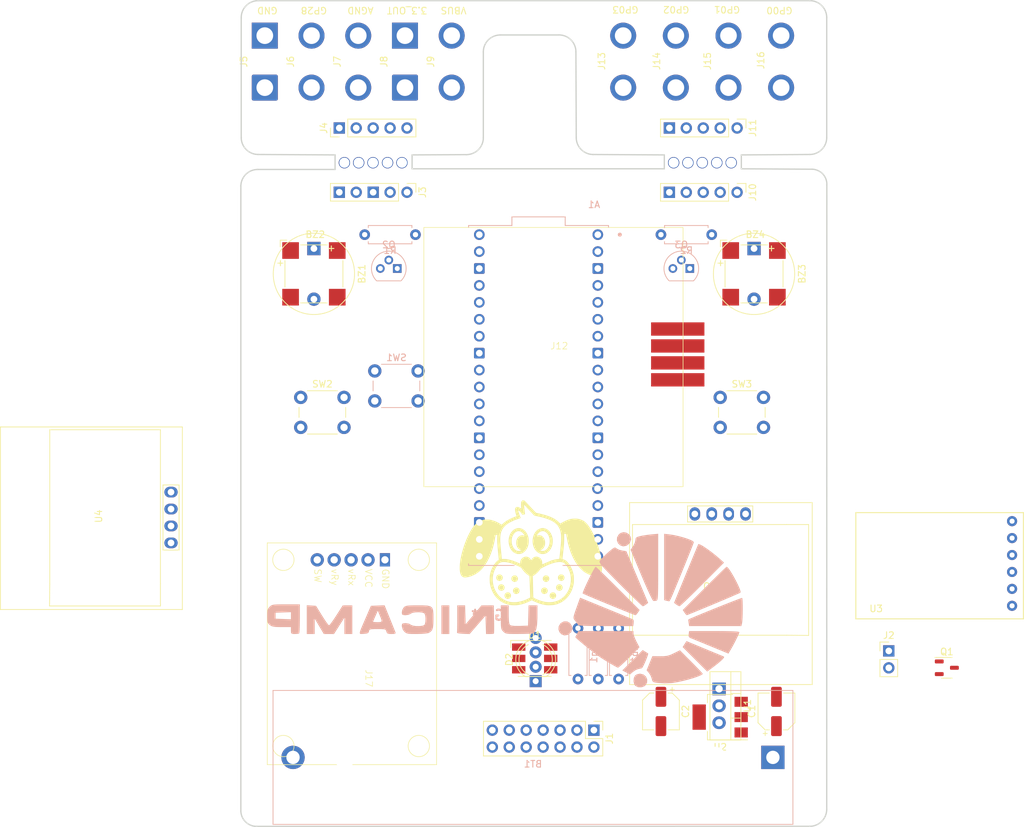
<source format=kicad_pcb>
(kicad_pcb (version 20221018) (generator pcbnew)
  (layers (0 "F.Cu" signal) (31 "B.Cu" signal) (34 "B.Paste" user) (35 "F.Paste" user) (36 "B.SilkS" user "B.Silkscreen") (37 "F.SilkS" user "F.Silkscreen") (38 "B.Mask" user) (39 "F.Mask" user) (44 "Edge.Cuts" user))
  (net 0 "")
  (net 1 "/GP0")
  (net 2 "/GP01")
  (net 3 "GNDREF")
  (net 4 "/GP02")
  (net 5 "/GP03")
  (net 6 "/GP04")
  (net 7 "Net-(A1-GP5)")
  (net 8 "Net-(A1-GP6)")
  (net 9 "/in")
  (net 10 "/GP08")
  (net 11 "/GP09")
  (net 12 "/GP10")
  (net 13 "/GP11")
  (net 14 "/GP12")
  (net 15 "/GP13")
  (net 16 "Net-(A1-GP14)")
  (net 17 "Net-(A1-GP15)")
  (net 18 "/GP16")
  (net 19 "/GP17")
  (net 20 "/GP18")
  (net 21 "/GP19")
  (net 22 "/GP20")
  (net 23 "Net-(A1-GP21)")
  (net 24 "/sw")
  (net 25 "Net-(A1-RUN)")
  (net 26 "/vrx")
  (net 27 "/vry")
  (net 28 "/GP28")
  (net 29 "3.3_OUT")
  (net 30 "+3.3V")
  (net 31 "VSYS")
  (net 32 "VBUS")
  (net 33 "Net-(BT1-+)")
  (net 34 "Net-(BZ1-+)")
  (net 35 "Net-(BZ3-+)")
  (net 36 "Net-(D1-BA)")
  (net 37 "Net-(D1-GA)")
  (net 38 "Net-(D1-RA)")
  (net 39 "Net-(J2-Pin_1)")
  (net 40 "Net-(Q1-D)")
  (net 41 "Net-(Q2-B)")
  (net 42 "Net-(Q3-B)")
  (net 43 "VBUS_EXT")
  (net 44 "3.3_OUT_EXT")
  (net 45 "/AGND_EXT")
  (net 46 "/GP28_EXT")
  (net 47 "/GP03_EXT")
  (net 48 "/GP02_EXT")
  (net 49 "/GP01_EXT")
  (net 50 "/GP0_EXT")
  (footprint "Connector_Wire:SolderWire-2sqmm_1x02_P7.8mm_D2mm_OD3.9mm" (layer "F.Cu") (at 91.69146 45.2501 90)
    (fp_text reference "J5" (at 3.9 -3.15 90) (layer "F.SilkS"))
    (fp_text value "GND" (at 11.5951 0.38354 180 unlocked) (layer "F.SilkS"))
    (pad "1" thru_hole roundrect (at 0 0 90) (size 3.9 3.9) (drill 2.5) (layers "*.Cu" "*.Mask") (roundrect_rratio 0.064103) (net 3 "GNDREF"))
    (pad "2" thru_hole rect (at 7.8 0 90) (size 3.9 3.9) (drill 2.5) (layers "*.Cu" "*.Mask"))
  )
  (footprint "Connector_Wire:SolderWire-2sqmm_1x02_P7.8mm_D2mm_OD3.9mm" (layer "F.Cu") (at 153.3652 45.2501 90)
    (fp_text reference "J14" (at 3.9751 -2.8702 90 unlocked) (layer "F.SilkS"))
    (fp_text value "GP02" (at 11.7221 0.0508 180 unlocked) (layer "F.SilkS"))
    (pad "1" thru_hole circle (at 0 0 90) (size 3.9 3.9) (drill 2.5) (layers "*.Cu" "*.Mask") (net 48 "/GP02_EXT"))
    (pad "2" thru_hole circle (at 7.8 0 90) (size 3.9 3.9) (drill 2.5) (layers "*.Cu" "*.Mask"))
  )
  (footprint "Button_Switch_THT:SW_PUSH_6mm" (layer "F.Cu") (at 97.08 91.73)
    (fp_text reference "SW2" (at 3.25 -2) (layer "F.SilkS"))
    (fp_text value "Button_A")
    (pad "1" thru_hole circle (at 0 0 90) (size 2 2) (drill 1.1) (layers "*.Cu" "*.Mask") (net 3 "GNDREF"))
    (pad "1" thru_hole circle (at 6.5 0 90) (size 2 2) (drill 1.1) (layers "*.Cu" "*.Mask") (net 3 "GNDREF"))
    (pad "2" thru_hole circle (at 0 4.5 90) (size 2 2) (drill 1.1) (layers "*.Cu" "*.Mask") (net 7 "Net-(A1-GP5)"))
    (pad "2" thru_hole circle (at 6.5 4.5 90) (size 2 2) (drill 1.1) (layers "*.Cu" "*.Mask") (net 7 "Net-(A1-GP5)"))
  )
  (footprint "Buzzer_Beeper:Buzzer_12x9.5RM7.6" (layer "F.Cu") (at 165.1 69.3928 -90)
    (fp_text reference "BZ3" (at 3.8 -7.2 90) (layer "F.SilkS"))
    (fp_text value "Buzzer_B")
    (fp_text user "+" (at -0.01 -2.54 90) (layer "F.SilkS"))
    (pad "1" thru_hole rect (at 0 0 270) (size 2 2) (drill 1) (layers "*.Cu" "*.Mask") (net 32 "VBUS"))
    (pad "2" thru_hole circle (at 7.6 0 270) (size 2 2) (drill 1) (layers "*.Cu" "*.Mask") (net 35 "Net-(BZ3-+)"))
  )
  (footprint "Connector_PinHeader_2.54mm:PinHeader_1x05_P2.54mm_Vertical" (layer "F.Cu") (at 162.56 51.308 -90)
    (fp_text reference "J11" (at 0 -2.33 90) (layer "F.SilkS"))
    (fp_text value "Conn_01x05_Pin")
    (pad "1" thru_hole oval (at 0 0 270) (size 1.7 1.7) (drill 1) (layers "*.Cu" "*.Mask") (net 47 "/GP03_EXT"))
    (pad "2" thru_hole oval (at 0 2.54 270) (size 1.7 1.7) (drill 1) (layers "*.Cu" "*.Mask") (net 48 "/GP02_EXT"))
    (pad "3" thru_hole oval (at 0 5.08 270) (size 1.7 1.7) (drill 1) (layers "*.Cu" "*.Mask") (net 49 "/GP01_EXT"))
    (pad "4" thru_hole oval (at 0 7.62 270) (size 1.7 1.7) (drill 1) (layers "*.Cu" "*.Mask") (net 50 "/GP0_EXT"))
    (pad "5" thru_hole rect (at 0 10.16 270) (size 1.7 1.7) (drill 1) (layers "*.Cu" "*.Mask") (net 3 "GNDREF"))
  )
  (footprint "Buzzer_Beeper:MagneticBuzzer_CUI_CMT-8504-100-SMT" (layer "F.Cu") (at 165.1 73.1928)
    (fp_text reference "BZ4" (at 0.2 -5.9) (layer "F.SilkS"))
    (fp_text value "Buzzer_B_SMD")
    (fp_text user "+" (at -5.1 -1.6 270) (layer "F.SilkS"))
    (pad "1" smd rect (at -3.5 -3.5 270) (size 2.5 2.5) (layers "F.Cu" "F.Paste" "F.Mask") (net 32 "VBUS"))
    (pad "2" smd rect (at -3.5 3.5 270) (size 2.5 2.5) (layers "F.Cu" "F.Paste" "F.Mask") (net 35 "Net-(BZ3-+)"))
    (pad "3" smd rect (at 3.5 3.5 270) (size 2.5 2.5) (layers "F.Cu" "F.Paste" "F.Mask"))
    (pad "4" smd rect (at 3.5 -3.5 270) (size 2.5 2.5) (layers "F.Cu" "F.Paste" "F.Mask"))
  )
  (footprint "Buzzer_Beeper:MagneticBuzzer_CUI_CMT-8504-100-SMT" (layer "F.Cu") (at 99.06 73.1928)
    (fp_text reference "BZ2" (at 0.2 -5.9) (layer "F.SilkS"))
    (fp_text value "Buzzer_A_SMD")
    (fp_text user "+" (at -5.1 -1.6 270) (layer "F.SilkS"))
    (pad "1" smd rect (at -3.5 -3.5 270) (size 2.5 2.5) (layers "F.Cu" "F.Paste" "F.Mask") (net 32 "VBUS"))
    (pad "2" smd rect (at -3.5 3.5 270) (size 2.5 2.5) (layers "F.Cu" "F.Paste" "F.Mask") (net 34 "Net-(BZ1-+)"))
    (pad "3" smd rect (at 3.5 3.5 270) (size 2.5 2.5) (layers "F.Cu" "F.Paste" "F.Mask"))
    (pad "4" smd rect (at 3.5 -3.5 270) (size 2.5 2.5) (layers "F.Cu" "F.Paste" "F.Mask"))
  )
  (footprint "matrix5x5:Ws2812_led_5050_rgb_5x5" (layer "F.Cu") (at 115.55 66.23)
    (fp_text reference "J12" (at 20.32 17.78 unlocked) (layer "F.SilkS") (effects (font (thickness 0.1))))
    (fp_text value "WS2812 5x5 Matrix led")
    (pad "1" smd rect (at 38.1 15.24) (size 8 2) (layers "F.Cu" "F.Paste" "F.Mask") (net 3 "GNDREF"))
    (pad "2" smd rect (at 38.1 17.78) (size 8 2) (layers "F.Cu" "F.Paste" "F.Mask") (net 9 "/in"))
    (pad "3" smd rect (at 38.1 20.32) (size 8 2) (layers "F.Cu" "F.Paste" "F.Mask") (net 32 "VBUS"))
    (pad "4" smd rect (at 38.1 22.86) (size 8 2) (layers "F.Cu" "F.Paste" "F.Mask") (net 3 "GNDREF"))
  )
  (footprint "Package_TO_SOT_SMD:SOT-23-3" (layer "F.Cu") (at 194.0251 132.2984)
    (fp_text reference "Q1" (at 0 -2.4) (layer "F.SilkS"))
    (fp_text value "DMG2305UX-13")
    (pad "1" smd roundrect (at -1.1375 -0.95) (size 1.325 0.6) (layers "F.Cu" "F.Paste" "F.Mask") (net 32 "VBUS"))
    (pad "2" smd roundrect (at -1.1375 0.95) (size 1.325 0.6) (layers "F.Cu" "F.Paste" "F.Mask") (net 31 "VSYS"))
    (pad "3" smd roundrect (at 1.1375 0) (size 1.325 0.6) (layers "F.Cu" "F.Paste" "F.Mask") (net 40 "Net-(Q1-D)"))
  )
  (footprint "user_SSD1306:128x64OLED" (layer "F.Cu") (at 67.02 109.56 -90)
    (fp_text reference "U4" (at 0 0.254 90) (layer "F.SilkS"))
    (fp_text value "1063")
    (pad "1" thru_hole oval (at -3.62 -10.6) (size 2 1.6) (drill 1) (layers "*.Cu" "*.Mask") (net 39 "Net-(J2-Pin_1)"))
    (pad "2" thru_hole oval (at -1.08 -10.6) (size 2 1.6) (drill 1) (layers "*.Cu" "*.Mask") (net 3 "GNDREF"))
    (pad "3" thru_hole oval (at 1.46 -10.6) (size 2 1.6) (drill 1) (layers "*.Cu" "*.Mask") (net 30 "+3.3V"))
    (pad "4" thru_hole oval (at 4 -10.6) (size 2 1.6) (drill 1) (layers "*.Cu" "*.Mask"))
  )
  (footprint "LED_THT:LED_D5.0mm-4_RGB_Wide_Pins" (layer "F.Cu") (at 132.334 134.304 90)
    (fp_text reference "D2" (at 3.2385 -3.96 90) (layer "F.SilkS"))
    (fp_text value "LED_BGRK")
    (pad "1" thru_hole rect (at 0 0 90) (size 1.8 1.8) (drill 0.9) (layers "*.Cu" "*.Mask") (net 36 "Net-(D1-BA)"))
    (pad "2" thru_hole circle (at 2.159 0 90) (size 1.8 1.8) (drill 0.9) (layers "*.Cu" "*.Mask") (net 37 "Net-(D1-GA)"))
    (pad "3" thru_hole circle (at 4.318 0 90) (size 1.8 1.8) (drill 0.9) (layers "*.Cu" "*.Mask") (net 38 "Net-(D1-RA)"))
    (pad "4" thru_hole circle (at 6.477 0 90) (size 1.8 1.8) (drill 0.9) (layers "*.Cu" "*.Mask") (net 3 "GNDREF"))
  )
  (footprint "Connector_Wire:SolderWire-2sqmm_1x02_P7.8mm_D2mm_OD3.9mm" (layer "F.Cu") (at 105.71226 45.2501 90)
    (fp_text reference "J7" (at 3.9 -3.15 90) (layer "F.SilkS"))
    (fp_text value "AGND" (at 11.5951 0.33274 180 unlocked) (layer "F.SilkS"))
    (pad "1" thru_hole circle (at 0 0 90) (size 3.9 3.9) (drill 2.5) (layers "*.Cu" "*.Mask") (net 45 "/AGND_EXT"))
    (pad "2" thru_hole circle (at 7.8 0 90) (size 3.9 3.9) (drill 2.5) (layers "*.Cu" "*.Mask"))
  )
  (footprint "Connector_Wire:SolderWire-2sqmm_1x02_P7.8mm_D2mm_OD3.9mm" (layer "F.Cu") (at 112.72266 45.2501 90)
    (fp_text reference "J8" (at 3.9 -3.15 90) (layer "F.SilkS"))
    (fp_text value "3.3_OUT" (at 11.5951 0.30734 180 unlocked) (layer "F.SilkS"))
    (pad "1" thru_hole roundrect (at 0 0 90) (size 3.9 3.9) (drill 2.5) (layers "*.Cu" "*.Mask") (roundrect_rratio 0.064103) (net 44 "3.3_OUT_EXT"))
    (pad "2" thru_hole rect (at 7.8 0 90) (size 3.9 3.9) (drill 2.5) (layers "*.Cu" "*.Mask"))
  )
  (footprint "Connector_PinHeader_2.54mm:PinHeader_2x07_P2.54mm_Vertical" (layer "F.Cu") (at 141.0716 141.6558 -90)
    (fp_text reference "J1" (at 1.27 -2.33 90) (layer "F.SilkS"))
    (fp_text value "conector_idc")
    (pad "1" thru_hole rect (at 0 0 270) (size 1.7 1.7) (drill 1) (layers "*.Cu" "*.Mask") (net 3 "GNDREF"))
    (pad "2" thru_hole oval (at 2.54 0 270) (size 1.7 1.7) (drill 1) (layers "*.Cu" "*.Mask") (net 32 "VBUS"))
    (pad "3" thru_hole oval (at 0 2.54 270) (size 1.7 1.7) (drill 1) (layers "*.Cu" "*.Mask") (net 30 "+3.3V"))
    (pad "4" thru_hole oval (at 2.54 2.54 270) (size 1.7 1.7) (drill 1) (layers "*.Cu" "*.Mask") (net 12 "/GP10"))
    (pad "5" thru_hole oval (at 0 5.08 270) (size 1.7 1.7) (drill 1) (layers "*.Cu" "*.Mask") (net 28 "/GP28"))
    (pad "6" thru_hole oval (at 2.54 5.08 270) (size 1.7 1.7) (drill 1) (layers "*.Cu" "*.Mask") (net 11 "/GP09"))
    (pad "7" thru_hole oval (at 0 7.62 270) (size 1.7 1.7) (drill 1) (layers "*.Cu" "*.Mask") (net 3 "GNDREF"))
    (pad "8" thru_hole oval (at 2.54 7.62 270) (size 1.7 1.7) (drill 1) (layers "*.Cu" "*.Mask") (net 10 "/GP08"))
    (pad "9" thru_hole oval (at 0 10.16 270) (size 1.7 1.7) (drill 1) (layers "*.Cu" "*.Mask") (net 19 "/GP17"))
    (pad "10" thru_hole oval (at 2.54 10.16 270) (size 1.7 1.7) (drill 1) (layers "*.Cu" "*.Mask") (net 22 "/GP20"))
    (pad "11" thru_hole oval (at 0 12.7 270) (size 1.7 1.7) (drill 1) (layers "*.Cu" "*.Mask") (net 18 "/GP16"))
    (pad "12" thru_hole oval (at 2.54 12.7 270) (size 1.7 1.7) (drill 1) (layers "*.Cu" "*.Mask") (net 21 "/GP19"))
    (pad "13" thru_hole oval (at 0 15.24 270) (size 1.7 1.7) (drill 1) (layers "*.Cu" "*.Mask") (net 3 "GNDREF"))
    (pad "14" thru_hole oval (at 2.54 15.24 270) (size 1.7 1.7) (drill 1) (layers "*.Cu" "*.Mask") (net 20 "/GP18"))
  )
  (footprint "Downloads:logo bitDog 25mm" (layer "F.Cu") (at 131.7864 115.582037)
    (fp_text reference "G***" hide)
    (fp_text value "LOGO" hide)
  )
  (footprint "Capacitor_SMD:CP_Elec_5x5.9" (layer "F.Cu") (at 151.13 138.850917 -90)
    (fp_text reference "C2" (at 0 -3.7 90) (layer "F.SilkS"))
    (fp_text value "C_Polarized_Small")
    (pad "1" smd roundrect (at -2.2 0 270) (size 3 1.6) (layers "F.Cu" "F.Paste" "F.Mask") (roundrect_rratio 0.15625) (net 30 "+3.3V"))
    (pad "2" smd roundrect (at 2.2 0 270) (size 3 1.6) (layers "F.Cu" "F.Paste" "F.Mask") (roundrect_rratio 0.15625) (net 3 "GNDREF"))
  )
  (footprint "Connector_PinHeader_2.54mm:PinHeader_1x02_P2.54mm_Vertical" (layer "F.Cu") (at 185.3184 129.7686)
    (fp_text reference "J2" (at 0 -2.33) (layer "F.SilkS"))
    (fp_text value "jumper_mic")
    (pad "1" thru_hole rect (at 0 0) (size 1.7 1.7) (drill 1) (layers "*.Cu" "*.Mask") (net 39 "Net-(J2-Pin_1)"))
    (pad "2" thru_hole oval (at 0 2.54) (size 1.7 1.7) (drill 1) (layers "*.Cu" "*.Mask") (net 28 "/GP28"))
  )
  (footprint "Connector_PinHeader_2.54mm:PinHeader_1x05_P2.54mm_Vertical" (layer "F.Cu") (at 162.555 60.96 -90)
    (fp_text reference "J10" (at 0 -2.33 90) (layer "F.SilkS"))
    (fp_text value "Conn_01x05_Pin")
    (pad "1" thru_hole oval (at 0 0 270) (size 1.7 1.7) (drill 1) (layers "*.Cu" "*.Mask") (net 5 "/GP03"))
    (pad "2" thru_hole oval (at 0 2.54 270) (size 1.7 1.7) (drill 1) (layers "*.Cu" "*.Mask") (net 4 "/GP02"))
    (pad "3" thru_hole oval (at 0 5.08 270) (size 1.7 1.7) (drill 1) (layers "*.Cu" "*.Mask") (net 2 "/GP01"))
    (pad "4" thru_hole oval (at 0 7.62 270) (size 1.7 1.7) (drill 1) (layers "*.Cu" "*.Mask") (net 1 "/GP0"))
    (pad "5" thru_hole rect (at 0 10.16 270) (size 1.7 1.7) (drill 1) (layers "*.Cu" "*.Mask") (net 3 "GNDREF"))
  )
  (footprint "user_ky-023-joystick-module-1.snapshot.4:ky-023" (layer "F.Cu") (at 117.465 113.56 -90)
    (fp_text reference "J17" (at 20.32 10.16 -90 unlocked) (layer "F.SilkS") (effects (font (thickness 0.1))))
    (fp_text value "JOYSTICK")
    (fp_text user "vRy" (at 3.81 15.875 -90 unlocked) (layer "F.SilkS") (effects (font (thickness 0.1)) (justify left bottom)))
    (fp_text user "vRx" (at 3.81 13.335 -90 unlocked) (layer "F.SilkS") (effects (font (thickness 0.1)) (justify left bottom)))
    (fp_text user "VCC" (at 3.81 10.795 -90 unlocked) (layer "F.SilkS") (effects (font (thickness 0.1)) (justify left bottom)))
    (fp_text user "SW" (at 3.81 18.415 -90 unlocked) (layer "F.SilkS") (effects (font (thickness 0.1)) (justify left bottom)))
    (fp_text user "GND" (at 3.81 8.255 -90 unlocked) (layer "F.SilkS") (effects (font (thickness 0.1)) (justify left bottom)))
    (pad "1" thru_hole custom (at 2.54 7.745 270) (size 2 1.524) (drill 1.1) (layers "*.Cu" "*.Mask") (net 3 "GNDREF") (options (clearance outline) (anchor rect)) (primitives))
    (pad "2" thru_hole circle (at 2.54 10.285 270) (size 2 2) (drill 1.1) (layers "*.Cu" "*.Mask") (net 32 "VBUS"))
    (pad "3" thru_hole circle (at 2.54 12.825 270) (size 2 2) (drill 1.1) (layers "*.Cu" "*.Mask") (net 26 "/vrx"))
    (pad "4" thru_hole circle (at 2.54 15.365 270) (size 2 2) (drill 1.1) (layers "*.Cu" "*.Mask") (net 27 "/vry"))
    (pad "5" thru_hole circle (at 2.54 17.905 270) (size 2 2) (drill 1.1) (layers "*.Cu" "*.Mask") (net 24 "/sw"))
  )
  (footprint "Connector_Wire:SolderWire-2sqmm_1x02_P7.8mm_D2mm_OD3.9mm" (layer "F.Cu") (at 169.164 45.2501 90)
    (fp_text reference "J16" (at 4.1021 -3.048 90 unlocked) (layer "F.SilkS"))
    (fp_text value "GP00" (at 11.5951 -0.254 180 unlocked) (layer "F.SilkS"))
    (pad "1" thru_hole circle (at 0 0 90) (size 3.9 3.9) (drill 2.5) (layers "*.Cu" "*.Mask") (net 50 "/GP0_EXT"))
    (pad "2" thru_hole circle (at 7.8 0 90) (size 3.9 3.9) (drill 2.5) (layers "*.Cu" "*.Mask"))
  )
  (footprint "Connector_Wire:SolderWire-2sqmm_1x02_P7.8mm_D2mm_OD3.9mm" (layer "F.Cu") (at 145.4658 45.2501 90)
    (fp_text reference "J13" (at 3.9751 -3.2258 90 unlocked) (layer "F.SilkS"))
    (fp_text value "GP03" (at 11.7221 0.3302 180 unlocked) (layer "F.SilkS"))
    (pad "1" thru_hole circle (at 0 0 90) (size 3.9 3.9) (drill 2.5) (layers "*.Cu" "*.Mask") (net 47 "/GP03_EXT"))
    (pad "2" thru_hole circle (at 7.8 0 90) (size 3.9 3.9) (drill 2.5) (layers "*.Cu" "*.Mask"))
  )
  (footprint "Buzzer_Beeper:Buzzer_12x9.5RM7.6" (layer "F.Cu") (at 99.06 69.3928 -90)
    (fp_text reference "BZ1" (at 3.8 -7.2 90) (layer "F.SilkS"))
    (fp_text value "Buzzer_A")
    (fp_text user "+" (at -0.01 -2.54 90) (layer "F.SilkS"))
    (pad "1" thru_hole rect (at 0 0 270) (size 2 2) (drill 1) (layers "*.Cu" "*.Mask") (net 32 "VBUS"))
    (pad "2" thru_hole circle (at 7.6 0 270) (size 2 2) (drill 1) (layers "*.Cu" "*.Mask") (net 34 "Net-(BZ1-+)"))
  )
  (footprint "Package_TO_SOT_THT:TO-220-3_Vertical" (layer "F.Cu") (at 159.854024 135.462894 -90)
    (fp_text reference "U1" (at 2.54 -4.27 90) (layer "F.SilkS"))
    (fp_text value "3.3v_tht")
    (pad "1" thru_hole rect (at 0 0 270) (size 1.905 2) (drill 1.1) (layers "*.Cu" "*.Mask") (net 3 "GNDREF"))
    (pad "2" thru_hole oval (at 2.54 0 270) (size 1.905 2) (drill 1.1) (layers "*.Cu" "*.Mask") (net 30 "+3.3V"))
    (pad "3" thru_hole oval (at 5.08 0 270) (size 1.905 2) (drill 1.1) (layers "*.Cu" "*.Mask") (net 32 "VBUS"))
  )
  (footprint "Connector_Wire:SolderWire-2sqmm_1x02_P7.8mm_D2mm_OD3.9mm" (layer "F.Cu") (at 161.2646 45.2501 90)
    (fp_text reference "J15" (at 3.9751 -3.1496 90 unlocked) (layer "F.SilkS"))
    (fp_text value "GP01" (at 11.7221 -0.2286 180 unlocked) (layer "F.SilkS"))
    (pad "1" thru_hole circle (at 0 0 90) (size 3.9 3.9) (drill 2.5) (layers "*.Cu" "*.Mask") (net 49 "/GP01_EXT"))
    (pad "2" thru_hole circle (at 7.8 0 90) (size 3.9 3.9) (drill 2.5) (layers "*.Cu" "*.Mask"))
  )
  (footprint "Package_TO_SOT_SMD:SOT-223" (layer "F.Cu") (at 160.02 139.7 180)
    (fp_text reference "U2" (at 0 -4.5) (layer "F.SilkS"))
    (fp_text value "3.3v_smd")
    (pad "1" smd rect (at -3.15 -2.3 180) (size 2 1.5) (layers "F.Cu" "F.Paste" "F.Mask") (net 32 "VBUS"))
    (pad "2" smd rect (at -3.15 0 180) (size 2 1.5) (layers "F.Cu" "F.Paste" "F.Mask") (net 3 "GNDREF"))
    (pad "3" smd rect (at -3.15 2.3 180) (size 2 1.5) (layers "F.Cu" "F.Paste" "F.Mask") (net 30 "+3.3V"))
    (pad "4" smd rect (at 3.15 0 180) (size 2 3.8) (layers "F.Cu" "F.Paste" "F.Mask"))
  )
  (footprint "Button_Switch_THT:SW_PUSH_6mm" (layer "F.Cu") (at 160.02 91.73)
    (fp_text reference "SW3" (at 3.25 -2) (layer "F.SilkS"))
    (fp_text value "Button_B")
    (pad "1" thru_hole circle (at 0 0 90) (size 2 2) (drill 1.1) (layers "*.Cu" "*.Mask") (net 3 "GNDREF"))
    (pad "1" thru_hole circle (at 6.5 0 90) (size 2 2) (drill 1.1) (layers "*.Cu" "*.Mask") (net 3 "GNDREF"))
    (pad "2" thru_hole circle (at 0 4.5 90) (size 2 2) (drill 1.1) (layers "*.Cu" "*.Mask") (net 8 "Net-(A1-GP6)"))
    (pad "2" thru_hole circle (at 6.5 4.5 90) (size 2 2) (drill 1.1) (layers "*.Cu" "*.Mask") (net 8 "Net-(A1-GP6)"))
  )
  (footprint "Connector_Wire:SolderWire-2sqmm_1x02_P7.8mm_D2mm_OD3.9mm" (layer "F.Cu") (at 119.73306 45.2501 90)
    (fp_text reference "J9" (at 3.9 -3.15 90) (layer "F.SilkS"))
    (fp_text value "VBUS" (at 11.5951 0.28194 180 unlocked) (layer "F.SilkS"))
    (pad "1" thru_hole circle (at 0 0 90) (size 3.9 3.9) (drill 2.5) (layers "*.Cu" "*.Mask") (net 43 "VBUS_EXT"))
    (pad "2" thru_hole circle (at 7.8 0 90) (size 3.9 3.9) (drill 2.5) (layers "*.Cu" "*.Mask"))
  )
  (footprint "user_SSD1306:128x64OLED" (layer "F.Cu") (at 159.83 119.82)
    (fp_text reference "OLED1" (at 0 0.254) (layer "F.SilkS"))
    (fp_text value "SSD1306")
    (pad "1" thru_hole oval (at -3.62 -10.6 90) (size 2 1.6) (drill 1) (layers "*.Cu" "*.Mask") (net 3 "GNDREF"))
    (pad "2" thru_hole oval (at -1.08 -10.6 90) (size 2 1.6) (drill 1) (layers "*.Cu" "*.Mask") (net 29 "3.3_OUT"))
    (pad "3" thru_hole oval (at 1.46 -10.6 90) (size 2 1.6) (drill 1) (layers "*.Cu" "*.Mask") (net 17 "Net-(A1-GP15)"))
    (pad "4" thru_hole oval (at 4 -10.6 90) (size 2 1.6) (drill 1) (layers "*.Cu" "*.Mask") (net 16 "Net-(A1-GP14)"))
  )
  (footprint "Capacitor_SMD:CP_Elec_5x5.9" (layer "F.Cu") (at 168.458792 138.850917 90)
    (fp_text reference "C1" (at 0 -3.7 90) (layer "F.SilkS"))
    (fp_text value "C_Polarized_Small")
    (pad "1" smd roundrect (at -2.2 0 90) (size 3 1.6) (layers "F.Cu" "F.Paste" "F.Mask") (roundrect_rratio 0.15625) (net 32 "VBUS"))
    (pad "2" smd roundrect (at 2.2 0 90) (size 3 1.6) (layers "F.Cu" "F.Paste" "F.Mask") (roundrect_rratio 0.15625) (net 3 "GNDREF"))
  )
  (footprint "user_HW775-main:Charger2A" (layer "F.Cu") (at 180.561262 124.702075)
    (fp_text reference "U3" (at 2.8575 -1.27) (layer "F.SilkS"))
    (fp_text value "BAT (DIS)CHARGE")
    (pad "1" thru_hole circle (at 23.2537 -14.4018) (size 1.524 1.524) (drill 0.762) (layers "*.Cu" "*.Mask") (net 40 "Net-(Q1-D)"))
    (pad "2" thru_hole circle (at 23.2537 -11.8618) (size 1.524 1.524) (drill 0.762) (layers "*.Cu" "*.Mask") (net 3 "GNDREF"))
    (pad "3" thru_hole circle (at 23.2537 -9.3218) (size 1.524 1.524) (drill 0.762) (layers "*.Cu" "*.Mask") (net 33 "Net-(BT1-+)"))
    (pad "4" thru_hole circle (at 23.2537 -6.7818) (size 1.524 1.524) (drill 0.762) (layers "*.Cu" "*.Mask") (net 3 "GNDREF"))
    (pad "5" thru_hole circle (at 23.2537 -4.2418) (size 1.524 1.524) (drill 0.762) (layers "*.Cu" "*.Mask") (net 3 "GNDREF"))
    (pad "6" thru_hole circle (at 23.2537 -1.7018) (size 1.524 1.524) (drill 0.762) (layers "*.Cu" "*.Mask") (net 32 "VBUS"))
  )
  (footprint "Connector_PinHeader_2.54mm:PinHeader_1x05_P2.54mm_Vertical" (layer "F.Cu") (at 113.03 60.95 -90)
    (fp_text reference "J3" (at 0 -2.33 90) (layer "F.SilkS"))
    (fp_text value "Conn_01x05_Pin")
    (pad "1" thru_hole oval (at 0 0 270) (size 1.7 1.7) (drill 1) (layers "*.Cu" "*.Mask") (net 32 "VBUS"))
    (pad "2" thru_hole oval (at 0 2.54 270) (size 1.7 1.7) (drill 1) (layers "*.Cu" "*.Mask") (net 29 "3.3_OUT"))
    (pad "3" thru_hole rect (at 0 5.08 270) (size 1.7 1.7) (drill 1) (layers "*.Cu" "*.Mask") (net 3 "GNDREF"))
    (pad "4" thru_hole oval (at 0 7.62 270) (size 1.7 1.7) (drill 1) (layers "*.Cu" "*.Mask") (net 28 "/GP28"))
    (pad "5" thru_hole rect (at 0 10.16 270) (size 1.7 1.7) (drill 1) (layers "*.Cu" "*.Mask") (net 3 "GNDREF"))
  )
  (footprint "Connector_PinHeader_2.54mm:PinHeader_1x05_P2.54mm_Vertical" (layer "F.Cu") (at 102.87 51.308 90)
    (fp_text reference "J4" (at 0 -2.33 90) (layer "F.SilkS"))
    (fp_text value "Conn_01x05_Pin")
    (pad "1" thru_hole rect (at 0 0 90) (size 1.7 1.7) (drill 1) (layers "*.Cu" "*.Mask") (net 3 "GNDREF"))
    (pad "2" thru_hole oval (at 0 2.54 90) (size 1.7 1.7) (drill 1) (layers "*.Cu" "*.Mask") (net 46 "/GP28_EXT"))
    (pad "3" thru_hole oval (at 0 5.08 90) (size 1.7 1.7) (drill 1) (layers "*.Cu" "*.Mask") (net 45 "/AGND_EXT"))
    (pad "4" thru_hole oval (at 0 7.62 90) (size 1.7 1.7) (drill 1) (layers "*.Cu" "*.Mask") (net 44 "3.3_OUT_EXT"))
    (pad "5" thru_hole oval (at 0 10.16 90) (size 1.7 1.7) (drill oval 1) (layers "*.Cu" "*.Mask") (net 43 "VBUS_EXT"))
  )
  (footprint "Connector_Wire:SolderWire-2sqmm_1x02_P7.8mm_D2mm_OD3.9mm" (layer "F.Cu") (at 98.70186 45.2501 90)
    (fp_text reference "J6" (at 3.9 -3.15 90) (layer "F.SilkS"))
    (fp_text value "GP28" (at 11.5951 0.35814 180 unlocked) (layer "F.SilkS"))
    (pad "1" thru_hole circle (at 0 0 90) (size 3.9 3.9) (drill 2.5) (layers "*.Cu" "*.Mask") (net 46 "/GP28_EXT"))
    (pad "2" thru_hole circle (at 7.8 0 90) (size 3.9 3.9) (drill 2.5) (layers "*.Cu" "*.Mask"))
  )
  (footprint "LED_SMD:LED_RGB_5050-6" (layer "F.Cu") (at 132.19 130.895)
    (fp_text reference "D1" (at 0 -3.5 180) (layer "F.SilkS"))
    (fp_text value "LED_RGB_SMD")
    (pad "1" smd rect (at -2.4 -1.7 90) (size 1.1 2) (layers "F.Cu" "F.Paste" "F.Mask") (net 3 "GNDREF"))
    (pad "2" smd rect (at -2.4 0 90) (size 1.1 2) (layers "F.Cu" "F.Paste" "F.Mask") (net 3 "GNDREF"))
    (pad "3" smd rect (at -2.4 1.7 90) (size 1.1 2) (layers "F.Cu" "F.Paste" "F.Mask") (net 3 "GNDREF"))
    (pad "4" smd rect (at 2.4 1.7 90) (size 1.1 2) (layers "F.Cu" "F.Paste" "F.Mask") (net 36 "Net-(D1-BA)"))
    (pad "5" smd rect (at 2.4 0 90) (size 1.1 2) (layers "F.Cu" "F.Paste" "F.Mask") (net 37 "Net-(D1-GA)"))
    (pad "6" smd rect (at 2.4 -1.7 90) (size 1.1 2) (layers "F.Cu" "F.Paste" "F.Mask") (net 38 "Net-(D1-RA)"))
  )
  (footprint "Battery:BatteryHolder_MPD_BH-18650-PC2" (layer "B.Cu") (at 167.9276 145.7452 180)
    (fp_text reference "BT1" (at 36 -1) (layer "B.SilkS") (effects (justify mirror)))
    (fp_text value "Battery_Cell")
    (pad "" np_thru_hole circle (at 8.645 0 180) (size 3.2 3.2) (drill 3.2) (layers "*.Cu" "*.Mask"))
    (pad "" np_thru_hole circle (at 64.255 0 180) (size 3.2 3.2) (drill 3.2) (layers "*.Cu" "*.Mask"))
    (pad "1" thru_hole rect (at 0 0 180) (size 3.5 3.5) (drill 2) (layers "*.Cu" "*.Mask") (net 33 "Net-(BT1-+)"))
    (pad "2" thru_hole circle (at 72 0 180) (size 3.5 3.5) (drill 2) (layers "*.Cu" "*.Mask") (net 3 "GNDREF"))
  )
  (footprint "Resistor_THT:R_Axial_DIN0207_L6.3mm_D2.5mm_P7.62mm_Horizontal" (layer "B.Cu") (at 138.684 133.985 90)
    (fp_text reference "Rg1" (at 3.81 2.37 90) (layer "B.SilkS") (effects (justify mirror)))
    (fp_text value "150")
    (pad "1" thru_hole circle (at 0 0 90) (size 1.6 1.6) (drill 0.8) (layers "*.Cu" "*.Mask") (net 37 "Net-(D1-GA)"))
    (pad "2" thru_hole oval (at 7.62 0 90) (size 1.6 1.6) (drill 0.8) (layers "*.Cu" "*.Mask") (net 15 "/GP13"))
  )
  (footprint "Button_Switch_THT:SW_PUSH_6mm" (layer "B.Cu") (at 114.694133 87.761331 180)
    (fp_text reference "SW1" (at 3.25 2) (layer "B.SilkS") (effects (justify mirror)))
    (fp_text value "RESET")
    (pad "1" thru_hole circle (at 0 0 90) (size 2 2) (drill 1.1) (layers "*.Cu" "*.Mask") (net 3 "GNDREF"))
    (pad "1" thru_hole circle (at 6.5 0 90) (size 2 2) (drill 1.1) (layers "*.Cu" "*.Mask") (net 3 "GNDREF"))
    (pad "2" thru_hole circle (at 0 -4.5 90) (size 2 2) (drill 1.1) (layers "*.Cu" "*.Mask") (net 25 "Net-(A1-RUN)"))
    (pad "2" thru_hole circle (at 6.5 -4.5 90) (size 2 2) (drill 1.1) (layers "*.Cu" "*.Mask") (net 25 "Net-(A1-RUN)"))
  )
  (footprint "Downloads:unicamp V2A" (layer "B.Cu") (at 125.171193 124.412257 180)
    (fp_text reference "G***" (at 0 0) (layer "B.SilkS") (effects (font (size 1.524 1.524) (thickness 0.3)) (justify mirror)))
    (fp_text value "LOGO" hide)
  )
  (footprint "Package_TO_SOT_THT:TO-92" (layer "B.Cu") (at 155.4592 72.39 180)
    (fp_text reference "Q3" (at 1.27 3.56) (layer "B.SilkS") (effects (justify mirror)))
    (fp_text value "BC337")
    (pad "1" thru_hole rect (at 0 0 180) (size 1.3 1.3) (drill 0.75) (layers "*.Cu" "*.Mask") (net 35 "Net-(BZ3-+)"))
    (pad "2" thru_hole circle (at 1.27 1.27 180) (size 1.3 1.3) (drill 0.75) (layers "*.Cu" "*.Mask") (net 42 "Net-(Q3-B)"))
    (pad "3" thru_hole circle (at 2.54 0 180) (size 1.3 1.3) (drill 0.75) (layers "*.Cu" "*.Mask") (net 3 "GNDREF"))
  )
  (footprint "Resistor_THT:R_Axial_DIN0207_L6.3mm_D2.5mm_P7.62mm_Horizontal" (layer "B.Cu") (at 144.78 133.985 90)
    (fp_text reference "Rb1" (at 3.81 2.37 90) (layer "B.SilkS") (effects (justify mirror)))
    (fp_text value "150")
    (pad "1" thru_hole circle (at 0 0 90) (size 1.6 1.6) (drill 0.8) (layers "*.Cu" "*.Mask") (net 36 "Net-(D1-BA)"))
    (pad "2" thru_hole oval (at 7.62 0 90) (size 1.6 1.6) (drill 0.8) (layers "*.Cu" "*.Mask") (net 13 "/GP11"))
  )
  (footprint "Package_TO_SOT_THT:TO-92" (layer "B.Cu") (at 111.568 72.39 180)
    (fp_text reference "Q2" (at 1.27 3.56) (layer "B.SilkS") (effects (justify mirror)))
    (fp_text value "BC337")
    (pad "1" thru_hole rect (at 0 0 180) (size 1.3 1.3) (drill 0.75) (layers "*.Cu" "*.Mask") (net 34 "Net-(BZ1-+)"))
    (pad "2" thru_hole circle (at 1.27 1.27 180) (size 1.3 1.3) (drill 0.75) (layers "*.Cu" "*.Mask") (net 41 "Net-(Q2-B)"))
    (pad "3" thru_hole circle (at 2.54 0 180) (size 1.3 1.3) (drill 0.75) (layers "*.Cu" "*.Mask") (net 3 "GNDREF"))
  )
  (footprint "Resistor_THT:R_Axial_DIN0207_L6.3mm_D2.5mm_P7.62mm_Horizontal" (layer "B.Cu") (at 106.68 67.31)
    (fp_text reference "R1" (at 3.81 2.37) (layer "B.SilkS") (effects (justify mirror)))
    (fp_text value "330")
    (pad "1" thru_hole circle (at 0 0) (size 1.6 1.6) (drill 0.8) (layers "*.Cu" "*.Mask") (net 23 "Net-(A1-GP21)"))
    (pad "2" thru_hole oval (at 7.62 0) (size 1.6 1.6) (drill 0.8) (layers "*.Cu" "*.Mask") (net 41 "Net-(Q2-B)"))
  )
  (footprint "Resistor_THT:R_Axial_DIN0207_L6.3mm_D2.5mm_P7.62mm_Horizontal" (layer "B.Cu") (at 151.13 67.31)
    (fp_text reference "R2" (at 3.81 2.37) (layer "B.SilkS") (effects (justify mirror)))
    (fp_text value "330")
    (pad "1" thru_hole circle (at 0 0) (size 1.6 1.6) (drill 0.8) (layers "*.Cu" "*.Mask") (net 6 "/GP04"))
    (pad "2" thru_hole oval (at 7.62 0) (size 1.6 1.6) (drill 0.8) (layers "*.Cu" "*.Mask") (net 42 "Net-(Q3-B)"))
  )
  (footprint "Resistor_THT:R_Axial_DIN0207_L6.3mm_D2.5mm_P7.62mm_Horizontal" (layer "B.Cu") (at 141.732 133.985 90)
    (fp_text reference "Rr1" (at 3.81 2.37 90) (layer "B.SilkS") (effects (justify mirror)))
    (fp_text value "220")
    (pad "1" thru_hole circle (at 0 0 90) (size 1.6 1.6) (drill 0.8) (layers "*.Cu" "*.Mask") (net 38 "Net-(D1-RA)"))
    (pad "2" thru_hole oval (at 7.62 0 90) (size 1.6 1.6) (drill 0.8) (layers "*.Cu" "*.Mask") (net 14 "/GP12"))
  )
  (footprint "user_Raspberry_Pi_Pico_W_Kicad_Files-main:MODULE_SC0918" (layer "B.Cu") (at 132.767352 91.44 180)
    (fp_text reference "A1" (at -8.325 28.635) (layer "B.SilkS") (effects (justify mirror)))
    (fp_text value "SC0918")
    (pad "1" thru_hole circle (at -8.89 24.13 180) (size 1.6 1.6) (drill 1) (layers "*.Cu" "*.Mask") (net 1 "/GP0"))
    (pad "2" thru_hole circle (at -8.89 21.59 180) (size 1.6 1.6) (drill 1) (layers "*.Cu" "*.Mask") (net 2 "/GP01"))
    (pad "3" thru_hole roundrect (at -8.89 19.05 180) (size 1.6 1.6) (drill 1) (layers "*.Cu" "*.Mask") (roundrect_rratio 0.125) (net 3 "GNDREF"))
    (pad "4" thru_hole circle (at -8.89 16.51 180) (size 1.6 1.6) (drill 1) (layers "*.Cu" "*.Mask") (net 4 "/GP02"))
    (pad "5" thru_hole circle (at -8.89 13.97 180) (size 1.6 1.6) (drill 1) (layers "*.Cu" "*.Mask") (net 5 "/GP03"))
    (pad "6" thru_hole circle (at -8.89 11.43 180) (size 1.6 1.6) (drill 1) (layers "*.Cu" "*.Mask") (net 6 "/GP04"))
    (pad "7" thru_hole circle (at -8.89 8.89 180) (size 1.6 1.6) (drill 1) (layers "*.Cu" "*.Mask") (net 7 "Net-(A1-GP5)"))
    (pad "8" thru_hole roundrect (at -8.89 6.35 180) (size 1.6 1.6) (drill 1) (layers "*.Cu" "*.Mask") (roundrect_rratio 0.125) (net 3 "GNDREF"))
    (pad "9" thru_hole circle (at -8.89 3.81 180) (size 1.6 1.6) (drill 1) (layers "*.Cu" "*.Mask") (net 8 "Net-(A1-GP6)"))
    (pad "10" thru_hole circle (at -8.89 1.27 180) (size 1.6 1.6) (drill 1) (layers "*.Cu" "*.Mask") (net 9 "/in"))
    (pad "11" thru_hole circle (at -8.89 -1.27 180) (size 1.6 1.6) (drill 1) (layers "*.Cu" "*.Mask") (net 10 "/GP08"))
    (pad "12" thru_hole circle (at -8.89 -3.81 180) (size 1.6 1.6) (drill 1) (layers "*.Cu" "*.Mask") (net 11 "/GP09"))
    (pad "13" thru_hole roundrect (at -8.89 -6.35 180) (size 1.6 1.6) (drill 1) (layers "*.Cu" "*.Mask") (roundrect_rratio 0.125) (net 3 "GNDREF"))
    (pad "14" thru_hole circle (at -8.89 -8.89 180) (size 1.6 1.6) (drill 1) (layers "*.Cu" "*.Mask") (net 12 "/GP10"))
    (pad "15" thru_hole circle (at -8.89 -11.43 180) (size 1.6 1.6) (drill 1) (layers "*.Cu" "*.Mask") (net 13 "/GP11"))
    (pad "16" thru_hole circle (at -8.848119 -13.97 180) (size 1.6 1.6) (drill 1) (layers "*.Cu" "*.Mask") (net 14 "/GP12"))
    (pad "17" thru_hole circle (at -8.89 -16.51 180) (size 1.6 1.6) (drill 1) (layers "*.Cu" "*.Mask") (net 15 "/GP13"))
    (pad "18" thru_hole roundrect (at -8.89 -19.05 180) (size 1.6 1.6) (drill 1) (layers "*.Cu" "*.Mask") (roundrect_rratio 0.125) (net 3 "GNDREF"))
    (pad "19" thru_hole circle (at -8.89 -21.59 180) (size 1.6 1.6) (drill 1) (layers "*.Cu" "*.Mask") (net 16 "Net-(A1-GP14)"))
    (pad "20" thru_hole circle (at -8.89 -24.13 180) (size 1.6 1.6) (drill 1) (layers "*.Cu" "*.Mask") (net 17 "Net-(A1-GP15)"))
    (pad "21" thru_hole circle (at 8.89 -24.13 180) (size 1.6 1.6) (drill 1) (layers "*.Cu" "*.Mask") (net 18 "/GP16"))
    (pad "22" thru_hole circle (at 8.89 -21.59 180) (size 1.6 1.6) (drill 1) (layers "*.Cu" "*.Mask") (net 19 "/GP17"))
    (pad "23" thru_hole roundrect (at 8.89 -19.05 180) (size 1.6 1.6) (drill 1) (layers "*.Cu" "*.Mask") (roundrect_rratio 0.125) (net 3 "GNDREF"))
    (pad "24" thru_hole circle (at 8.89 -16.51 180) (size 1.6 1.6) (drill 1) (layers "*.Cu" "*.Mask") (net 20 "/GP18"))
    (pad "25" thru_hole circle (at 8.89 -13.97 180) (size 1.6 1.6) (drill 1) (layers "*.Cu" "*.Mask") (net 21 "/GP19"))
    (pad "26" thru_hole circle (at 8.89 -11.43 180) (size 1.6 1.6) (drill 1) (layers "*.Cu" "*.Mask") (net 22 "/GP20"))
    (pad "27" thru_hole circle (at 8.89 -8.89 180) (size 1.6 1.6) (drill 1) (layers "*.Cu" "*.Mask") (net 23 "Net-(A1-GP21)"))
    (pad "28" thru_hole roundrect (at 8.89 -6.35 180) (size 1.6 1.6) (drill 1) (layers "*.Cu" "*.Mask") (roundrect_rratio 0.125) (net 3 "GNDREF"))
    (pad "29" thru_hole circle (at 8.89 -3.81 180) (size 1.6 1.6) (drill 1) (layers "*.Cu" "*.Mask") (net 24 "/sw"))
    (pad "30" thru_hole circle (at 8.89 -1.27 180) (size 1.6 1.6) (drill 1) (layers "*.Cu" "*.Mask") (net 25 "Net-(A1-RUN)"))
    (pad "31" thru_hole circle (at 8.89 1.27 180) (size 1.6 1.6) (drill 1) (layers "*.Cu" "*.Mask") (net 26 "/vrx"))
    (pad "32" thru_hole circle (at 8.89 3.81 180) (size 1.6 1.6) (drill 1) (layers "*.Cu" "*.Mask") (net 27 "/vry"))
    (pad "33" thru_hole roundrect (at 8.89 6.35 180) (size 1.6 1.6) (drill 1) (layers "*.Cu" "*.Mask") (roundrect_rratio 0.125) (net 3 "GNDREF"))
    (pad "34" thru_hole circle (at 8.89 8.89 180) (size 1.6 1.6) (drill 1) (layers "*.Cu" "*.Mask") (net 28 "/GP28"))
    (pad "35" thru_hole circle (at 8.89 11.43 180) (size 1.6 1.6) (drill 1) (layers "*.Cu" "*.Mask") (net 29 "3.3_OUT"))
    (pad "36" thru_hole circle (at 8.89 13.97 180) (size 1.6 1.6) (drill 1) (layers "*.Cu" "*.Mask") (net 29 "3.3_OUT"))
    (pad "37" thru_hole circle (at 8.89 16.51 180) (size 1.6 1.6) (drill 1) (layers "*.Cu" "*.Mask") (net 30 "+3.3V"))
    (pad "38" thru_hole roundrect (at 8.89 19.05 180) (size 1.6 1.6) (drill 1) (layers "*.Cu" "*.Mask") (roundrect_rratio 0.125) (net 3 "GNDREF"))
    (pad "39" thru_hole circle (at 8.89 21.59 180) (size 1.6 1.6) (drill 1) (layers "*.Cu" "*.Mask") (net 31 "VSYS"))
    (pad "40" thru_hole circle (at 8.89 24.13 180) (size 1.6 1.6) (drill 1) (layers "*.Cu" "*.Mask") (net 32 "VBUS"))
  )
  (gr_line (start 135.785178 37.350323) (end 127.022177 37.350323) (stroke (width 0.2)) (layer "Edge.Cuts"))
  (gr_arc (start 88.0984 59.981437) (mid 88.866578 58.244128) (end 90.6272 57.531) (stroke (width 0.2)) (layer "Edge.Cuts"))
  (gr_arc (start 124.482901 52.76186) (mid 123.738972 54.557931) (end 121.942901 55.30186) (stroke (width 0.2)) (layer "Edge.Cuts"))
  (gr_arc (start 124.482177 39.890323) (mid 125.226109 38.094255) (end 127.022177 37.350323) (stroke (width 0.2)) (layer "Edge.Cuts"))
  (gr_line (start 90.6272 57.531) (end 102.235 57.531) (stroke (width 0.2)) (layer "Edge.Cuts"))
  (gr_arc (start 90.696051 55.279946) (mid 88.900014 54.535983) (end 88.156051 52.739946) (stroke (width 0.2)) (layer "Edge.Cuts"))
  (gr_arc (start 173.463949 32.202048) (mid 175.259987 32.946011) (end 176.003949 34.742048) (stroke (width 0.2)) (layer "Edge.Cuts"))
  (gr_line (start 173.463949 156.083) (end 90.486 156.092685) (stroke (width 0.2)) (layer "Edge.Cuts"))
  (gr_line (start 173.463949 55.279946) (end 163.195 55.3466) (stroke (width 0.2)) (layer "Edge.Cuts"))
  (gr_arc (start 88.156051 34.742048) (mid 88.899987 32.945984) (end 90.696051 32.202048) (stroke (width 0.2)) (layer "Edge.Cuts"))
  (gr_arc (start 90.486 156.092685) (mid 88.825941 155.438344) (end 88.0984 153.809037) (stroke (width 0.2)) (layer "Edge.Cuts"))
  (gr_line (start 102.235 55.3466) (end 90.696051 55.279946) (stroke (width 0.2)) (layer "Edge.Cuts"))
  (gr_line (start 151.638 55.3466) (end 151.638 57.4294) (stroke (width 0.2)) (layer "Edge.Cuts"))
  (gr_line (start 88.156051 52.739946) (end 88.156051 34.742048) (stroke (width 0.2)) (layer "Edge.Cuts"))
  (gr_arc (start 135.832349 37.342688) (mid 137.628379 38.086658) (end 138.372349 39.882688) (stroke (width 0.2)) (layer "Edge.Cuts"))
  (gr_line (start 176.003949 34.742048) (end 176.003949 52.739946) (stroke (width 0.2)) (layer "Edge.Cuts"))
  (gr_arc (start 173.8488 57.492237) (mid 175.431181 58.226471) (end 176.022 59.8678) (stroke (width 0.2)) (layer "Edge.Cuts"))
  (gr_line (start 124.482177 39.890323) (end 124.482901 52.76186) (stroke (width 0.2)) (layer "Edge.Cuts"))
  (gr_line (start 151.638 55.3466) (end 140.961898 55.282854) (stroke (width 0.2)) (layer "Edge.Cuts"))
  (gr_line (start 163.195 55.3466) (end 163.195 57.4294) (stroke (width 0.2)) (layer "Edge.Cuts"))
  (gr_arc (start 176.003949 52.739946) (mid 175.259987 54.535985) (end 173.463949 55.279946) (stroke (width 0.2)) (layer "Edge.Cuts"))
  (gr_line (start 113.792 57.4294) (end 151.638 57.4294) (stroke (width 0.2)) (layer "Edge.Cuts"))
  (gr_line (start 121.942901 55.30186) (end 113.792 55.3466) (stroke (width 0.2)) (layer "Edge.Cuts"))
  (gr_line (start 173.8488 57.492237) (end 163.195 57.4294) (stroke (width 0.2)) (layer "Edge.Cuts"))
  (gr_line (start 113.792 55.3466) (end 113.792 57.4294) (stroke (width 0.2)) (layer "Edge.Cuts"))
  (gr_line (start 176.022 59.8678) (end 176.003949 153.524963) (stroke (width 0.2)) (layer "Edge.Cuts"))
  (gr_arc (start 176.003949 153.524963) (mid 175.261068 155.327379) (end 173.463949 156.083) (stroke (width 0.2)) (layer "Edge.Cuts"))
  (gr_arc (start 140.961898 55.282854) (mid 139.165857 54.538895) (end 138.421898 52.742854) (stroke (width 0.2)) (layer "Edge.Cuts"))
  (gr_line (start 88.0984 153.809037) (end 88.0984 59.981437) (stroke (width 0.2)) (layer "Edge.Cuts"))
  (gr_line (start 90.696051 32.202048) (end 173.463949 32.202048) (stroke (width 0.2)) (layer "Edge.Cuts"))
  (gr_line (start 138.421898 52.742854) (end 138.372349 39.882688) (stroke (width 0.2)) (layer "Edge.Cuts"))
  (gr_line (start 102.235 55.3466) (end 102.235 57.531) (stroke (width 0.2)) (layer "Edge.Cuts"))
  (via (at 105.7783 56.515) (size 1.7) (drill 1.5) (layers "F.Cu" "B.Cu") (net 0))
  (via (at 103.632 56.515) (size 1.7) (drill 1.5) (layers "F.Cu" "B.Cu") (net 0))
  (via (at 159.512 56.515) (size 1.7) (drill 1.5) (layers "F.Cu" "B.Cu") (net 0))
  (via (at 112.268 56.515) (size 1.7) (drill 1.5) (layers "F.Cu" "B.Cu") (net 0))
  (via (at 161.671 56.515) (size 1.7) (drill 1.5) (layers "F.Cu" "B.Cu") (net 0))
  (via (at 155.1813 56.515) (size 1.7) (drill 1.5) (layers "F.Cu" "B.Cu") (net 0))
  (via (at 110.109 56.515) (size 1.7) (drill 1.5) (layers "F.Cu" "B.Cu") (net 0))
  (via (at 157.3276 56.515) (size 1.7) (drill 1.5) (layers "F.Cu" "B.Cu") (net 0))
  (via (at 153.035 56.515) (size 1.7) (drill 1.5) (layers "F.Cu" "B.Cu") (net 0))
  (via (at 107.9246 56.515) (size 1.7) (drill 1.5) (layers "F.Cu" "B.Cu") (net 0))
)
</source>
